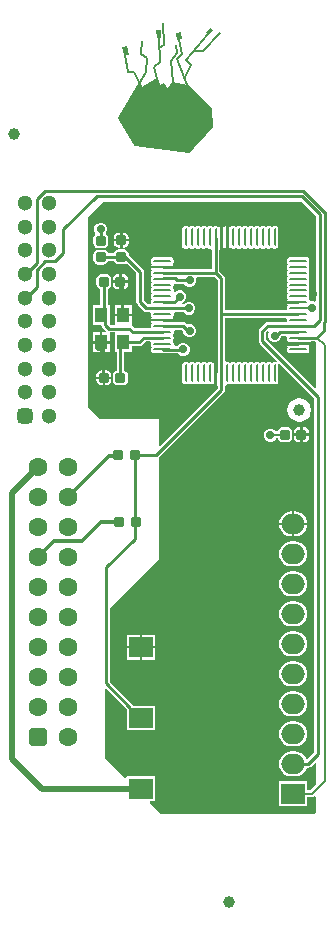
<source format=gtl>
G04*
G04 #@! TF.GenerationSoftware,Altium Limited,Altium Designer,23.3.1 (30)*
G04*
G04 Layer_Physical_Order=1*
G04 Layer_Color=255*
%FSLAX44Y44*%
%MOMM*%
G71*
G04*
G04 #@! TF.SameCoordinates,DEEDA602-8963-42E2-A134-3CDC50A55A7F*
G04*
G04*
G04 #@! TF.FilePolarity,Positive*
G04*
G01*
G75*
%ADD10C,0.3000*%
%ADD11C,0.2000*%
%ADD15C,0.1656*%
G04:AMPARAMS|DCode=16|XSize=0.85mm|YSize=0.85mm|CornerRadius=0.2125mm|HoleSize=0mm|Usage=FLASHONLY|Rotation=270.000|XOffset=0mm|YOffset=0mm|HoleType=Round|Shape=RoundedRectangle|*
%AMROUNDEDRECTD16*
21,1,0.8500,0.4250,0,0,270.0*
21,1,0.4250,0.8500,0,0,270.0*
1,1,0.4250,-0.2125,-0.2125*
1,1,0.4250,-0.2125,0.2125*
1,1,0.4250,0.2125,0.2125*
1,1,0.4250,0.2125,-0.2125*
%
%ADD16ROUNDEDRECTD16*%
G04:AMPARAMS|DCode=17|XSize=1.5mm|YSize=0.25mm|CornerRadius=0.0625mm|HoleSize=0mm|Usage=FLASHONLY|Rotation=90.000|XOffset=0mm|YOffset=0mm|HoleType=Round|Shape=RoundedRectangle|*
%AMROUNDEDRECTD17*
21,1,1.5000,0.1250,0,0,90.0*
21,1,1.3750,0.2500,0,0,90.0*
1,1,0.1250,0.0625,0.6875*
1,1,0.1250,0.0625,-0.6875*
1,1,0.1250,-0.0625,-0.6875*
1,1,0.1250,-0.0625,0.6875*
%
%ADD17ROUNDEDRECTD17*%
G04:AMPARAMS|DCode=18|XSize=0.25mm|YSize=1.5mm|CornerRadius=0.0625mm|HoleSize=0mm|Usage=FLASHONLY|Rotation=90.000|XOffset=0mm|YOffset=0mm|HoleType=Round|Shape=RoundedRectangle|*
%AMROUNDEDRECTD18*
21,1,0.2500,1.3750,0,0,90.0*
21,1,0.1250,1.5000,0,0,90.0*
1,1,0.1250,0.6875,0.0625*
1,1,0.1250,0.6875,-0.0625*
1,1,0.1250,-0.6875,-0.0625*
1,1,0.1250,-0.6875,0.0625*
%
%ADD18ROUNDEDRECTD18*%
%ADD19R,1.0500X1.3000*%
G04:AMPARAMS|DCode=20|XSize=0.85mm|YSize=0.85mm|CornerRadius=0.2125mm|HoleSize=0mm|Usage=FLASHONLY|Rotation=0.000|XOffset=0mm|YOffset=0mm|HoleType=Round|Shape=RoundedRectangle|*
%AMROUNDEDRECTD20*
21,1,0.8500,0.4250,0,0,0.0*
21,1,0.4250,0.8500,0,0,0.0*
1,1,0.4250,0.2125,-0.2125*
1,1,0.4250,-0.2125,-0.2125*
1,1,0.4250,-0.2125,0.2125*
1,1,0.4250,0.2125,0.2125*
%
%ADD20ROUNDEDRECTD20*%
%ADD34C,1.0000*%
%ADD35C,0.2300*%
%ADD36C,0.5000*%
%ADD37O,2.0000X1.7000*%
%ADD38R,2.0000X1.7000*%
%ADD39C,1.6000*%
%ADD40C,1.3000*%
G04:AMPARAMS|DCode=41|XSize=1.3mm|YSize=1.3mm|CornerRadius=0.325mm|HoleSize=0mm|Usage=FLASHONLY|Rotation=90.000|XOffset=0mm|YOffset=0mm|HoleType=Round|Shape=RoundedRectangle|*
%AMROUNDEDRECTD41*
21,1,1.3000,0.6500,0,0,90.0*
21,1,0.6500,1.3000,0,0,90.0*
1,1,0.6500,0.3250,0.3250*
1,1,0.6500,0.3250,-0.3250*
1,1,0.6500,-0.3250,-0.3250*
1,1,0.6500,-0.3250,0.3250*
%
%ADD41ROUNDEDRECTD41*%
G04:AMPARAMS|DCode=42|XSize=1.6mm|YSize=1.6mm|CornerRadius=0.4mm|HoleSize=0mm|Usage=FLASHONLY|Rotation=90.000|XOffset=0mm|YOffset=0mm|HoleType=Round|Shape=RoundedRectangle|*
%AMROUNDEDRECTD42*
21,1,1.6000,0.8000,0,0,90.0*
21,1,0.8000,1.6000,0,0,90.0*
1,1,0.8000,0.4000,0.4000*
1,1,0.8000,0.4000,-0.4000*
1,1,0.8000,-0.4000,-0.4000*
1,1,0.8000,-0.4000,0.4000*
%
%ADD42ROUNDEDRECTD42*%
%ADD43C,0.7000*%
G36*
X284250Y600500D02*
Y574851D01*
X284250Y566051D01*
Y560239D01*
Y549470D01*
Y533594D01*
Y529128D01*
X283555Y528492D01*
X282980Y528279D01*
X281844Y528750D01*
X279656D01*
X278503Y529322D01*
X278012Y530598D01*
X278348Y531101D01*
X278551Y532125D01*
Y533375D01*
X278348Y534399D01*
X277779Y535250D01*
X278348Y536101D01*
X278551Y537125D01*
Y538375D01*
X278348Y539399D01*
X277779Y540250D01*
X278348Y541101D01*
X278551Y542125D01*
Y543375D01*
X278348Y544399D01*
X277779Y545250D01*
X278348Y546101D01*
X278551Y547125D01*
Y548375D01*
X278348Y549399D01*
X277779Y550250D01*
X278348Y551101D01*
X278551Y552125D01*
Y553375D01*
X278348Y554399D01*
X277779Y555250D01*
X278348Y556101D01*
X278551Y557125D01*
Y558375D01*
X278348Y559399D01*
X277779Y560250D01*
X278348Y561101D01*
X278551Y562125D01*
Y563375D01*
X278348Y564399D01*
X277768Y565267D01*
X276899Y565848D01*
X275875Y566051D01*
X262125D01*
X261101Y565848D01*
X260233Y565267D01*
X259652Y564399D01*
X259449Y563375D01*
Y562125D01*
X259652Y561101D01*
X260221Y560250D01*
X259652Y559399D01*
X259449Y558375D01*
Y557125D01*
X259652Y556101D01*
X260221Y555250D01*
X259652Y554399D01*
X259449Y553375D01*
Y552125D01*
X259652Y551101D01*
X260221Y550250D01*
X259652Y549399D01*
X259449Y548375D01*
Y547125D01*
X259652Y546101D01*
X260221Y545250D01*
X259652Y544399D01*
X259449Y543375D01*
Y542125D01*
X259652Y541101D01*
X260221Y540250D01*
X259652Y539399D01*
X259449Y538375D01*
Y537125D01*
X259652Y536101D01*
X260221Y535250D01*
X259652Y534399D01*
X259449Y533375D01*
Y532125D01*
X259652Y531101D01*
X260221Y530250D01*
X259652Y529399D01*
X259523Y528750D01*
X269000D01*
Y526750D01*
X259523D01*
X259652Y526101D01*
X260221Y525250D01*
X259652Y524399D01*
X259449Y523375D01*
Y522125D01*
X259451Y522112D01*
X258414Y520842D01*
X207092D01*
Y547856D01*
X206847Y549085D01*
X206151Y550127D01*
X202266Y554012D01*
Y572124D01*
X203000Y572835D01*
Y582750D01*
Y592227D01*
X202351Y592098D01*
X201500Y591529D01*
X200649Y592098D01*
X199625Y592301D01*
X198375D01*
X197351Y592098D01*
X196500Y591529D01*
X195649Y592098D01*
X194625Y592301D01*
X193375D01*
X192351Y592098D01*
X191500Y591529D01*
X190649Y592098D01*
X189625Y592301D01*
X188375D01*
X187351Y592098D01*
X186500Y591529D01*
X185649Y592098D01*
X184625Y592301D01*
X183375D01*
X182351Y592098D01*
X181500Y591529D01*
X180649Y592098D01*
X179625Y592301D01*
X178375D01*
X177351Y592098D01*
X176500Y591529D01*
X175649Y592098D01*
X174625Y592301D01*
X173375D01*
X172351Y592098D01*
X171483Y591517D01*
X170902Y590649D01*
X170699Y589625D01*
Y575875D01*
X170902Y574851D01*
X171483Y573983D01*
X172351Y573402D01*
X173375Y573199D01*
X174625D01*
X175649Y573402D01*
X176500Y573971D01*
X177351Y573402D01*
X178375Y573199D01*
X179625D01*
X180649Y573402D01*
X181500Y573971D01*
X182351Y573402D01*
X183375Y573199D01*
X184625D01*
X185649Y573402D01*
X186500Y573971D01*
X187351Y573402D01*
X188375Y573199D01*
X189625D01*
X190649Y573402D01*
X191500Y573971D01*
X192351Y573402D01*
X193375Y573199D01*
X194625D01*
X195842Y572146D01*
Y555894D01*
X164601D01*
X163871Y556750D01*
X154000D01*
X144523D01*
X144652Y556101D01*
X145221Y555250D01*
X144652Y554399D01*
X144449Y553375D01*
Y552125D01*
X144652Y551101D01*
X145221Y550250D01*
X144652Y549399D01*
X144449Y548375D01*
Y547125D01*
X144652Y546101D01*
X145221Y545250D01*
X144652Y544399D01*
X144449Y543375D01*
Y542125D01*
X144652Y541101D01*
X145221Y540250D01*
X144652Y539399D01*
X144449Y538375D01*
Y537125D01*
X144652Y536101D01*
X145221Y535250D01*
X144652Y534399D01*
X144449Y533375D01*
Y532125D01*
X144652Y531101D01*
X145221Y530250D01*
X144652Y529399D01*
X144449Y528375D01*
Y527125D01*
X143393Y525922D01*
X141870D01*
X138462Y529330D01*
Y553750D01*
X138217Y554979D01*
X137521Y556021D01*
X125581Y567961D01*
Y568375D01*
X125261Y569985D01*
X124349Y571349D01*
X122985Y572261D01*
X121375Y572581D01*
X117125D01*
X115515Y572261D01*
X114151Y571349D01*
X113239Y569985D01*
X113135Y569462D01*
X107815D01*
X107761Y569734D01*
X106849Y571099D01*
X105485Y572011D01*
X103875Y572331D01*
X99625D01*
X98015Y572011D01*
X96651Y571099D01*
X95739Y569734D01*
X95419Y568125D01*
Y563875D01*
X95739Y562266D01*
X96651Y560901D01*
X98015Y559989D01*
X99625Y559669D01*
X103875D01*
X105485Y559989D01*
X106849Y560901D01*
X107761Y562266D01*
X107914Y563038D01*
X113135D01*
X113239Y562515D01*
X114151Y561151D01*
X115515Y560239D01*
X117125Y559919D01*
X121375D01*
X122985Y560239D01*
X123724Y560734D01*
X132038Y552420D01*
Y528000D01*
X132283Y526771D01*
X132979Y525729D01*
X138269Y520439D01*
X139311Y519743D01*
X140540Y519498D01*
X143377D01*
X144449Y518375D01*
Y517125D01*
X144652Y516101D01*
X145221Y515250D01*
X144652Y514399D01*
X144523Y513750D01*
X154000D01*
X163477D01*
X163348Y514399D01*
X162779Y515250D01*
X163348Y516101D01*
X163551Y517125D01*
Y518375D01*
X164619Y519518D01*
X171954D01*
X173384Y518087D01*
X175406Y517250D01*
X177594D01*
X179615Y518087D01*
X181163Y519635D01*
X182000Y521656D01*
Y523844D01*
X181163Y525866D01*
X179615Y527413D01*
X177594Y528250D01*
X175406D01*
X173384Y527413D01*
X171914Y525942D01*
X170608D01*
X170355Y527212D01*
X171866Y527837D01*
X173413Y529384D01*
X174250Y531406D01*
Y533594D01*
X173413Y535616D01*
X171866Y537163D01*
X169844Y538000D01*
X167656D01*
X165634Y537163D01*
X164660Y536188D01*
X163489Y536814D01*
X163551Y537125D01*
Y538375D01*
X163348Y539399D01*
X162779Y540250D01*
X163348Y541101D01*
X163551Y542125D01*
Y543051D01*
X163655Y543167D01*
X164301Y543579D01*
X164780Y543709D01*
X165418Y543283D01*
X166647Y543038D01*
X172366D01*
X173885Y541519D01*
X175906Y540682D01*
X178094D01*
X180116Y541519D01*
X181663Y543067D01*
X182500Y545088D01*
Y547276D01*
X182117Y548200D01*
X182966Y549470D01*
X197724D01*
X200668Y546526D01*
Y517630D01*
Y478389D01*
X200000Y477692D01*
Y467750D01*
Y457808D01*
X200668Y457111D01*
Y454960D01*
X151923Y406215D01*
X150750Y406701D01*
Y410587D01*
X150750Y429250D01*
X100500D01*
X90750Y439000D01*
X90750Y600000D01*
X103500Y612750D01*
X272000Y612750D01*
X284250Y600500D01*
D02*
G37*
G36*
X259449Y513375D02*
Y512125D01*
X258385Y510962D01*
X243000D01*
X241771Y510717D01*
X240729Y510021D01*
X236479Y505771D01*
X235783Y504729D01*
X235538Y503500D01*
Y495000D01*
X235783Y493771D01*
X236479Y492729D01*
X250857Y478351D01*
X250231Y477181D01*
X249625Y477301D01*
X248375D01*
X247351Y477098D01*
X246500Y476529D01*
X245649Y477098D01*
X244625Y477301D01*
X243375D01*
X242351Y477098D01*
X241500Y476529D01*
X240649Y477098D01*
X239625Y477301D01*
X238375D01*
X237351Y477098D01*
X236500Y476529D01*
X235649Y477098D01*
X234625Y477301D01*
X233375D01*
X232351Y477098D01*
X231500Y476529D01*
X230649Y477098D01*
X229625Y477301D01*
X228375D01*
X227351Y477098D01*
X226500Y476529D01*
X225649Y477098D01*
X224625Y477301D01*
X223375D01*
X222351Y477098D01*
X221500Y476529D01*
X220649Y477098D01*
X219625Y477301D01*
X218375D01*
X217351Y477098D01*
X216500Y476529D01*
X215649Y477098D01*
X214625Y477301D01*
X213375D01*
X212351Y477098D01*
X211500Y476529D01*
X210649Y477098D01*
X209625Y477301D01*
X208375D01*
X208362Y477299D01*
X207092Y478336D01*
Y514418D01*
X258361D01*
X259449Y513375D01*
D02*
G37*
G36*
X282788Y446420D02*
Y146580D01*
X277267Y141059D01*
X275769Y141357D01*
X275422Y142195D01*
X273739Y144389D01*
X271545Y146072D01*
X268991Y147130D01*
X266250Y147491D01*
X263250D01*
X260509Y147130D01*
X257955Y146072D01*
X255761Y144389D01*
X254078Y142195D01*
X253020Y139641D01*
X252659Y136900D01*
X253020Y134159D01*
X254078Y131605D01*
X255761Y129411D01*
X257955Y127728D01*
X260509Y126670D01*
X263250Y126309D01*
X266250D01*
X268991Y126670D01*
X271545Y127728D01*
X273739Y129411D01*
X275422Y131605D01*
X276285Y133688D01*
X277650D01*
X278879Y133933D01*
X279921Y134629D01*
X283076Y137784D01*
X284250Y137298D01*
X284250Y119576D01*
X279233Y114559D01*
X276750D01*
Y122000D01*
X252750D01*
Y101000D01*
X276750D01*
Y108441D01*
X280500D01*
X280500Y108441D01*
X281670Y108674D01*
X282663Y109337D01*
X283076Y109751D01*
X284250Y109265D01*
Y96250D01*
X282500Y94500D01*
X153000Y94500D01*
X143423Y104077D01*
X143909Y105250D01*
X147750D01*
Y126250D01*
X123750D01*
Y125409D01*
X122577Y124923D01*
X105250Y142250D01*
Y200049D01*
X106423Y200535D01*
X123688Y183270D01*
Y183100D01*
X123750Y182790D01*
Y165250D01*
X147750D01*
Y186250D01*
X129586D01*
X129171Y186871D01*
X109462Y206580D01*
Y269212D01*
X150750Y310500D01*
X150750Y395965D01*
X150771Y395979D01*
X206151Y451359D01*
X206847Y452401D01*
X207092Y453630D01*
Y457164D01*
X208362Y458201D01*
X208375Y458199D01*
X209625D01*
X210649Y458402D01*
X211500Y458971D01*
X212351Y458402D01*
X213375Y458199D01*
X214625D01*
X215649Y458402D01*
X216500Y458971D01*
X217351Y458402D01*
X218375Y458199D01*
X219625D01*
X220649Y458402D01*
X221500Y458971D01*
X222351Y458402D01*
X223375Y458199D01*
X224625D01*
X225649Y458402D01*
X226500Y458971D01*
X227351Y458402D01*
X228375Y458199D01*
X229625D01*
X230649Y458402D01*
X231500Y458971D01*
X232351Y458402D01*
X233375Y458199D01*
X234625D01*
X235649Y458402D01*
X236500Y458971D01*
X237351Y458402D01*
X238375Y458199D01*
X239625D01*
X240649Y458402D01*
X241500Y458971D01*
X242351Y458402D01*
X243375Y458199D01*
X244625D01*
X245649Y458402D01*
X246500Y458971D01*
X247351Y458402D01*
X248375Y458199D01*
X249625D01*
X250649Y458402D01*
X251518Y458983D01*
X252098Y459851D01*
X252301Y460875D01*
Y474625D01*
X252181Y475231D01*
X253351Y475857D01*
X282788Y446420D01*
D02*
G37*
G36*
X243564Y503639D02*
X243765Y503373D01*
X244175Y502223D01*
X243500Y500594D01*
Y498406D01*
X244337Y496385D01*
X245884Y494837D01*
X247906Y494000D01*
X250094D01*
X252115Y494837D01*
X253663Y496385D01*
X254500Y498406D01*
Y499186D01*
X254746Y499432D01*
X258364D01*
X259449Y498375D01*
Y497125D01*
X259652Y496101D01*
X260221Y495250D01*
X259652Y494399D01*
X259523Y493750D01*
X269000D01*
X278871D01*
X279601Y494606D01*
X283103D01*
X284250Y493459D01*
Y455701D01*
X283077Y455215D01*
X241962Y496330D01*
Y502170D01*
X243453Y503661D01*
X243564Y503639D01*
D02*
G37*
G36*
X197131Y758185D02*
X193391Y753806D01*
X190851Y755976D01*
X194591Y760354D01*
X197131Y758185D01*
D02*
G37*
G36*
X152924Y751717D02*
X149258Y751458D01*
X148784Y758153D01*
X152451Y758412D01*
X152924Y751717D01*
D02*
G37*
G36*
X170807Y750613D02*
X166521Y749637D01*
X165139Y755704D01*
X169424Y756680D01*
X170807Y750613D01*
D02*
G37*
G36*
X125324Y737272D02*
X121104Y736678D01*
X120075Y743991D01*
X124295Y744585D01*
X125324Y737272D01*
D02*
G37*
G36*
X152066Y710088D02*
X154721Y712109D01*
X158936Y707202D01*
X162920Y714014D01*
X174553Y711676D01*
X194905Y691065D01*
X195771Y675996D01*
X176621Y655304D01*
X130819Y660841D01*
X117049Y683963D01*
X134471Y712805D01*
X136477Y708876D01*
X149641Y716497D01*
X152066Y710088D01*
D02*
G37*
%LPC*%
G36*
X249625Y592301D02*
X248375D01*
X247351Y592098D01*
X246500Y591529D01*
X245649Y592098D01*
X244625Y592301D01*
X243375D01*
X242351Y592098D01*
X241500Y591529D01*
X240649Y592098D01*
X239625Y592301D01*
X238375D01*
X237351Y592098D01*
X236500Y591529D01*
X235649Y592098D01*
X234625Y592301D01*
X233375D01*
X232351Y592098D01*
X231500Y591529D01*
X230649Y592098D01*
X229625Y592301D01*
X228375D01*
X227351Y592098D01*
X226500Y591529D01*
X225649Y592098D01*
X224625Y592301D01*
X223375D01*
X222351Y592098D01*
X221500Y591529D01*
X220649Y592098D01*
X219625Y592301D01*
X218375D01*
X217351Y592098D01*
X216500Y591529D01*
X215649Y592098D01*
X214625Y592301D01*
X213375D01*
X212351Y592098D01*
X211500Y591529D01*
X210649Y592098D01*
X210000Y592227D01*
Y582750D01*
Y573273D01*
X210649Y573402D01*
X211500Y573971D01*
X212351Y573402D01*
X213375Y573199D01*
X214625D01*
X215649Y573402D01*
X216500Y573971D01*
X217351Y573402D01*
X218375Y573199D01*
X219625D01*
X220649Y573402D01*
X221500Y573971D01*
X222351Y573402D01*
X223375Y573199D01*
X224625D01*
X225649Y573402D01*
X226500Y573971D01*
X227351Y573402D01*
X228375Y573199D01*
X229625D01*
X230649Y573402D01*
X231500Y573971D01*
X232351Y573402D01*
X233375Y573199D01*
X234625D01*
X235649Y573402D01*
X236500Y573971D01*
X237351Y573402D01*
X238375Y573199D01*
X239625D01*
X240649Y573402D01*
X241500Y573971D01*
X242351Y573402D01*
X243375Y573199D01*
X244625D01*
X245649Y573402D01*
X246500Y573971D01*
X247351Y573402D01*
X248375Y573199D01*
X249625D01*
X250649Y573402D01*
X251518Y573983D01*
X252098Y574851D01*
X252301Y575875D01*
Y589625D01*
X252098Y590649D01*
X251518Y591517D01*
X250649Y592098D01*
X249625Y592301D01*
D02*
G37*
G36*
X208000Y592227D02*
X207351Y592098D01*
X206500Y591529D01*
X205649Y592098D01*
X205000Y592227D01*
Y582750D01*
Y573273D01*
X205649Y573402D01*
X206500Y573971D01*
X207351Y573402D01*
X208000Y573273D01*
Y582750D01*
Y592227D01*
D02*
G37*
G36*
X121375Y586581D02*
X120250D01*
Y581250D01*
X125581D01*
Y582375D01*
X125261Y583984D01*
X124349Y585349D01*
X122985Y586261D01*
X121375Y586581D01*
D02*
G37*
G36*
X118250D02*
X117125D01*
X115515Y586261D01*
X114151Y585349D01*
X113239Y583984D01*
X112919Y582375D01*
Y581250D01*
X118250D01*
Y586581D01*
D02*
G37*
G36*
X125581Y579250D02*
X120250D01*
Y573919D01*
X121375D01*
X122985Y574239D01*
X124349Y575151D01*
X125261Y576516D01*
X125581Y578125D01*
Y579250D01*
D02*
G37*
G36*
X118250D02*
X112919D01*
Y578125D01*
X113239Y576516D01*
X114151Y575151D01*
X115515Y574239D01*
X117125Y573919D01*
X118250D01*
Y579250D01*
D02*
G37*
G36*
X103094Y595250D02*
X100906D01*
X98884Y594413D01*
X97337Y592865D01*
X96500Y590844D01*
Y588656D01*
X97337Y586634D01*
X97224Y585482D01*
X96651Y585099D01*
X95739Y583735D01*
X95419Y582125D01*
Y577875D01*
X95739Y576265D01*
X96651Y574901D01*
X98015Y573989D01*
X99625Y573669D01*
X103875D01*
X105485Y573989D01*
X106849Y574901D01*
X107761Y576265D01*
X108081Y577875D01*
Y582125D01*
X107761Y583735D01*
X106849Y585099D01*
X106649Y585233D01*
X106525Y586497D01*
X106663Y586634D01*
X107500Y588656D01*
Y590844D01*
X106663Y592865D01*
X105115Y594413D01*
X103094Y595250D01*
D02*
G37*
G36*
X160875Y566051D02*
X147125D01*
X146101Y565848D01*
X145232Y565267D01*
X144652Y564399D01*
X144449Y563375D01*
Y562125D01*
X144652Y561101D01*
X145221Y560250D01*
X144652Y559399D01*
X144523Y558750D01*
X154000D01*
X163477D01*
X163348Y559399D01*
X162779Y560250D01*
X163348Y561101D01*
X163551Y562125D01*
Y563375D01*
X163348Y564399D01*
X162768Y565267D01*
X161899Y565848D01*
X160875Y566051D01*
D02*
G37*
G36*
X120625Y551581D02*
X119500D01*
Y546250D01*
X124831D01*
Y547375D01*
X124511Y548984D01*
X123599Y550349D01*
X122234Y551261D01*
X120625Y551581D01*
D02*
G37*
G36*
X117500D02*
X116375D01*
X114766Y551261D01*
X113401Y550349D01*
X112489Y548984D01*
X112169Y547375D01*
Y546250D01*
X117500D01*
Y551581D01*
D02*
G37*
G36*
X124831Y544250D02*
X119500D01*
Y538919D01*
X120625D01*
X122234Y539239D01*
X123599Y540151D01*
X124511Y541516D01*
X124831Y543125D01*
Y544250D01*
D02*
G37*
G36*
X117500D02*
X112169D01*
Y543125D01*
X112489Y541516D01*
X113401Y540151D01*
X114766Y539239D01*
X116375Y538919D01*
X117500D01*
Y544250D01*
D02*
G37*
G36*
X128000Y525250D02*
X121750D01*
Y517750D01*
X128000D01*
Y525250D01*
D02*
G37*
G36*
X119750D02*
X113500D01*
Y517750D01*
X119750D01*
Y525250D01*
D02*
G37*
G36*
X106625Y551581D02*
X102375D01*
X100765Y551261D01*
X99401Y550349D01*
X98489Y548984D01*
X98169Y547375D01*
Y543125D01*
X98489Y541516D01*
X99401Y540151D01*
X100765Y539239D01*
X101288Y539135D01*
Y525250D01*
X95000D01*
Y508250D01*
X102401D01*
X102611Y507192D01*
X103307Y506151D01*
X105938Y503520D01*
X105566Y502371D01*
X105472Y502250D01*
X103250D01*
Y494750D01*
X109500D01*
X109500Y502250D01*
X110754Y502288D01*
X112246D01*
X113500Y502250D01*
Y485250D01*
X115288D01*
Y469865D01*
X114766Y469761D01*
X113401Y468849D01*
X112489Y467485D01*
X112169Y465875D01*
Y461625D01*
X112489Y460016D01*
X113401Y458651D01*
X114766Y457739D01*
X116375Y457419D01*
X120625D01*
X122234Y457739D01*
X123599Y458651D01*
X124511Y460016D01*
X124831Y461625D01*
Y465875D01*
X124511Y467485D01*
X123599Y468849D01*
X122234Y469761D01*
X121712Y469865D01*
Y485250D01*
X128000D01*
Y490538D01*
X134500D01*
X135729Y490783D01*
X136771Y491479D01*
X139898Y494606D01*
X143399D01*
X144449Y493375D01*
Y492125D01*
X144652Y491101D01*
X145221Y490250D01*
X144652Y489399D01*
X144449Y488375D01*
Y487125D01*
X144652Y486101D01*
X145232Y485233D01*
X146101Y484652D01*
X147125Y484449D01*
X154593D01*
X154604Y484446D01*
X154615Y484449D01*
X160875D01*
X161095Y484492D01*
X167074D01*
X168479Y483087D01*
X170500Y482250D01*
X172688D01*
X174709Y483087D01*
X176257Y484635D01*
X177094Y486656D01*
Y488844D01*
X176257Y490866D01*
X174709Y492413D01*
X172688Y493250D01*
X170500D01*
X168479Y492413D01*
X166982Y490916D01*
X164606D01*
X163551Y492125D01*
Y493375D01*
X163348Y494399D01*
X162779Y495250D01*
X163348Y496101D01*
X163551Y497125D01*
Y498375D01*
X163348Y499399D01*
X162779Y500250D01*
X163348Y501101D01*
X163551Y502125D01*
Y503375D01*
X164620Y504512D01*
X170093D01*
X171493Y503112D01*
Y502413D01*
X172330Y500392D01*
X173877Y498845D01*
X175899Y498007D01*
X178087D01*
X180108Y498845D01*
X181655Y500392D01*
X182493Y502413D01*
Y504601D01*
X181655Y506623D01*
X180108Y508170D01*
X178087Y509007D01*
X175899D01*
X175038Y508651D01*
X173694Y509995D01*
X172652Y510691D01*
X171423Y510936D01*
X164610D01*
X163885Y511750D01*
X154000D01*
X144523D01*
X144652Y511101D01*
X145221Y510250D01*
X144652Y509399D01*
X144449Y508375D01*
Y507125D01*
X143406Y505856D01*
X130252D01*
X128798Y507310D01*
X128000Y508250D01*
Y515750D01*
X120750D01*
X113500D01*
Y508712D01*
X109830D01*
X109500Y509042D01*
Y525250D01*
X107712D01*
Y539135D01*
X108235Y539239D01*
X109599Y540151D01*
X110511Y541516D01*
X110831Y543125D01*
Y547375D01*
X110511Y548984D01*
X109599Y550349D01*
X108235Y551261D01*
X106625Y551581D01*
D02*
G37*
G36*
X101250Y502250D02*
X95000D01*
Y494750D01*
X101250D01*
Y502250D01*
D02*
G37*
G36*
X109500Y492750D02*
X103250D01*
Y485250D01*
X109500D01*
Y492750D01*
D02*
G37*
G36*
X101250D02*
X95000D01*
Y485250D01*
X101250D01*
Y492750D01*
D02*
G37*
G36*
X194625Y477301D02*
X193375D01*
X192351Y477098D01*
X191500Y476529D01*
X190649Y477098D01*
X189625Y477301D01*
X188375D01*
X187351Y477098D01*
X186500Y476529D01*
X185649Y477098D01*
X184625Y477301D01*
X183375D01*
X182351Y477098D01*
X181500Y476529D01*
X180649Y477098D01*
X179625Y477301D01*
X178375D01*
X177351Y477098D01*
X176500Y476529D01*
X175649Y477098D01*
X174625Y477301D01*
X173375D01*
X172351Y477098D01*
X171483Y476517D01*
X170902Y475649D01*
X170699Y474625D01*
Y460875D01*
X170902Y459851D01*
X171483Y458983D01*
X172351Y458402D01*
X173375Y458199D01*
X174625D01*
X175649Y458402D01*
X176500Y458971D01*
X177351Y458402D01*
X178375Y458199D01*
X179625D01*
X180649Y458402D01*
X181500Y458971D01*
X182351Y458402D01*
X183375Y458199D01*
X184625D01*
X185649Y458402D01*
X186500Y458971D01*
X187351Y458402D01*
X188375Y458199D01*
X189625D01*
X190649Y458402D01*
X191500Y458971D01*
X192351Y458402D01*
X193375Y458199D01*
X194625D01*
X195649Y458402D01*
X196500Y458971D01*
X197351Y458402D01*
X198000Y458273D01*
Y467750D01*
Y477227D01*
X197351Y477098D01*
X196500Y476529D01*
X195649Y477098D01*
X194625Y477301D01*
D02*
G37*
G36*
X106625Y470081D02*
X105500D01*
Y464750D01*
X110831D01*
Y465875D01*
X110511Y467485D01*
X109599Y468849D01*
X108235Y469761D01*
X106625Y470081D01*
D02*
G37*
G36*
X103500D02*
X102375D01*
X100765Y469761D01*
X99401Y468849D01*
X98489Y467485D01*
X98169Y465875D01*
Y464750D01*
X103500D01*
Y470081D01*
D02*
G37*
G36*
X110831Y462750D02*
X105500D01*
Y457419D01*
X106625D01*
X108235Y457739D01*
X109599Y458651D01*
X110511Y460016D01*
X110831Y461625D01*
Y462750D01*
D02*
G37*
G36*
X103500D02*
X98169D01*
Y461625D01*
X98489Y460016D01*
X99401Y458651D01*
X100765Y457739D01*
X102375Y457419D01*
X103500D01*
Y462750D01*
D02*
G37*
G36*
X270735Y446500D02*
X268765D01*
X266833Y446116D01*
X265013Y445362D01*
X263375Y444268D01*
X261982Y442875D01*
X260888Y441237D01*
X260134Y439417D01*
X259750Y437485D01*
Y435515D01*
X260134Y433583D01*
X260888Y431763D01*
X261982Y430125D01*
X263375Y428732D01*
X265013Y427638D01*
X266833Y426884D01*
X268765Y426500D01*
X270735D01*
X272667Y426884D01*
X274487Y427638D01*
X276125Y428732D01*
X277518Y430125D01*
X278612Y431763D01*
X279366Y433583D01*
X279750Y435515D01*
Y437485D01*
X279366Y439417D01*
X278612Y441237D01*
X277518Y442875D01*
X276125Y444268D01*
X274487Y445362D01*
X272667Y446116D01*
X270735Y446500D01*
D02*
G37*
G36*
X259875Y422081D02*
X255625D01*
X254016Y421761D01*
X252651Y420849D01*
X251739Y419484D01*
X251555Y418559D01*
X249969D01*
X248615Y419913D01*
X246594Y420750D01*
X244406D01*
X242384Y419913D01*
X240837Y418366D01*
X240000Y416344D01*
Y414156D01*
X240837Y412135D01*
X242384Y410587D01*
X244406Y409750D01*
X246594D01*
X248615Y410587D01*
X250163Y412135D01*
X250290Y412441D01*
X251655D01*
X251739Y412015D01*
X252651Y410651D01*
X254016Y409739D01*
X255625Y409419D01*
X259875D01*
X261485Y409739D01*
X262849Y410651D01*
X263761Y412015D01*
X264081Y413625D01*
Y417875D01*
X263761Y419484D01*
X262849Y420849D01*
X261485Y421761D01*
X259875Y422081D01*
D02*
G37*
G36*
X273875D02*
X272750D01*
Y416750D01*
X278081D01*
Y417875D01*
X277761Y419484D01*
X276849Y420849D01*
X275485Y421761D01*
X273875Y422081D01*
D02*
G37*
G36*
X270750D02*
X269625D01*
X268015Y421761D01*
X266651Y420849D01*
X265739Y419484D01*
X265419Y417875D01*
Y416750D01*
X270750D01*
Y422081D01*
D02*
G37*
G36*
X278081Y414750D02*
X272750D01*
Y409419D01*
X273875D01*
X275485Y409739D01*
X276849Y410651D01*
X277761Y412015D01*
X278081Y413625D01*
Y414750D01*
D02*
G37*
G36*
X270750D02*
X265419D01*
Y413625D01*
X265739Y412015D01*
X266651Y410651D01*
X268015Y409739D01*
X269625Y409419D01*
X270750D01*
Y414750D01*
D02*
G37*
G36*
X266250Y350691D02*
X265750D01*
Y341100D01*
X276709D01*
X276480Y342841D01*
X275422Y345395D01*
X273739Y347589D01*
X271545Y349272D01*
X268991Y350330D01*
X266250Y350691D01*
D02*
G37*
G36*
X263750D02*
X263250D01*
X260509Y350330D01*
X257955Y349272D01*
X255761Y347589D01*
X254078Y345395D01*
X253020Y342841D01*
X252791Y341100D01*
X263750D01*
Y350691D01*
D02*
G37*
G36*
X276709Y339100D02*
X265750D01*
Y329509D01*
X266250D01*
X268991Y329870D01*
X271545Y330928D01*
X273739Y332611D01*
X275422Y334805D01*
X276480Y337359D01*
X276709Y339100D01*
D02*
G37*
G36*
X263750D02*
X252791D01*
X253020Y337359D01*
X254078Y334805D01*
X255761Y332611D01*
X257955Y330928D01*
X260509Y329870D01*
X263250Y329509D01*
X263750D01*
Y339100D01*
D02*
G37*
G36*
X266250Y325291D02*
X263250D01*
X260509Y324930D01*
X257955Y323872D01*
X255761Y322189D01*
X254078Y319995D01*
X253020Y317441D01*
X252659Y314700D01*
X253020Y311959D01*
X254078Y309405D01*
X255761Y307211D01*
X257955Y305528D01*
X260509Y304470D01*
X263250Y304109D01*
X266250D01*
X268991Y304470D01*
X271545Y305528D01*
X273739Y307211D01*
X275422Y309405D01*
X276480Y311959D01*
X276841Y314700D01*
X276480Y317441D01*
X275422Y319995D01*
X273739Y322189D01*
X271545Y323872D01*
X268991Y324930D01*
X266250Y325291D01*
D02*
G37*
G36*
Y299891D02*
X263250D01*
X260509Y299530D01*
X257955Y298472D01*
X255761Y296789D01*
X254078Y294595D01*
X253020Y292041D01*
X252659Y289300D01*
X253020Y286559D01*
X254078Y284005D01*
X255761Y281811D01*
X257955Y280128D01*
X260509Y279070D01*
X263250Y278709D01*
X266250D01*
X268991Y279070D01*
X271545Y280128D01*
X273739Y281811D01*
X275422Y284005D01*
X276480Y286559D01*
X276841Y289300D01*
X276480Y292041D01*
X275422Y294595D01*
X273739Y296789D01*
X271545Y298472D01*
X268991Y299530D01*
X266250Y299891D01*
D02*
G37*
G36*
Y274491D02*
X263250D01*
X260509Y274130D01*
X257955Y273072D01*
X255761Y271389D01*
X254078Y269195D01*
X253020Y266641D01*
X252659Y263900D01*
X253020Y261159D01*
X254078Y258605D01*
X255761Y256411D01*
X257955Y254728D01*
X260509Y253670D01*
X263250Y253309D01*
X266250D01*
X268991Y253670D01*
X271545Y254728D01*
X273739Y256411D01*
X275422Y258605D01*
X276480Y261159D01*
X276841Y263900D01*
X276480Y266641D01*
X275422Y269195D01*
X273739Y271389D01*
X271545Y273072D01*
X268991Y274130D01*
X266250Y274491D01*
D02*
G37*
G36*
X147750Y246250D02*
X136750D01*
Y236750D01*
X147750D01*
Y246250D01*
D02*
G37*
G36*
X134750D02*
X123750D01*
Y236750D01*
X134750D01*
Y246250D01*
D02*
G37*
G36*
X266250Y249091D02*
X263250D01*
X260509Y248730D01*
X257955Y247672D01*
X255761Y245989D01*
X254078Y243795D01*
X253020Y241241D01*
X252659Y238500D01*
X253020Y235759D01*
X254078Y233205D01*
X255761Y231011D01*
X257955Y229328D01*
X260509Y228270D01*
X263250Y227909D01*
X266250D01*
X268991Y228270D01*
X271545Y229328D01*
X273739Y231011D01*
X275422Y233205D01*
X276480Y235759D01*
X276841Y238500D01*
X276480Y241241D01*
X275422Y243795D01*
X273739Y245989D01*
X271545Y247672D01*
X268991Y248730D01*
X266250Y249091D01*
D02*
G37*
G36*
X147750Y234750D02*
X136750D01*
Y225250D01*
X147750D01*
Y234750D01*
D02*
G37*
G36*
X134750D02*
X123750D01*
Y225250D01*
X134750D01*
Y234750D01*
D02*
G37*
G36*
X266250Y223691D02*
X263250D01*
X260509Y223330D01*
X257955Y222272D01*
X255761Y220589D01*
X254078Y218395D01*
X253020Y215841D01*
X252659Y213100D01*
X253020Y210359D01*
X254078Y207805D01*
X255761Y205611D01*
X257955Y203928D01*
X260509Y202870D01*
X263250Y202509D01*
X266250D01*
X268991Y202870D01*
X271545Y203928D01*
X273739Y205611D01*
X275422Y207805D01*
X276480Y210359D01*
X276841Y213100D01*
X276480Y215841D01*
X275422Y218395D01*
X273739Y220589D01*
X271545Y222272D01*
X268991Y223330D01*
X266250Y223691D01*
D02*
G37*
G36*
Y198291D02*
X263250D01*
X260509Y197930D01*
X257955Y196872D01*
X255761Y195189D01*
X254078Y192995D01*
X253020Y190441D01*
X252659Y187700D01*
X253020Y184959D01*
X254078Y182405D01*
X255761Y180211D01*
X257955Y178528D01*
X260509Y177470D01*
X263250Y177109D01*
X266250D01*
X268991Y177470D01*
X271545Y178528D01*
X273739Y180211D01*
X275422Y182405D01*
X276480Y184959D01*
X276841Y187700D01*
X276480Y190441D01*
X275422Y192995D01*
X273739Y195189D01*
X271545Y196872D01*
X268991Y197930D01*
X266250Y198291D01*
D02*
G37*
G36*
Y172891D02*
X263250D01*
X260509Y172530D01*
X257955Y171472D01*
X255761Y169789D01*
X254078Y167595D01*
X253020Y165041D01*
X252659Y162300D01*
X253020Y159559D01*
X254078Y157005D01*
X255761Y154811D01*
X257955Y153128D01*
X260509Y152070D01*
X263250Y151709D01*
X266250D01*
X268991Y152070D01*
X271545Y153128D01*
X273739Y154811D01*
X275422Y157005D01*
X276480Y159559D01*
X276841Y162300D01*
X276480Y165041D01*
X275422Y167595D01*
X273739Y169789D01*
X271545Y171472D01*
X268991Y172530D01*
X266250Y172891D01*
D02*
G37*
G36*
X278477Y491750D02*
X269000D01*
X259523D01*
X259652Y491101D01*
X260221Y490250D01*
X259652Y489399D01*
X259449Y488375D01*
Y487125D01*
X259652Y486101D01*
X260233Y485233D01*
X261101Y484652D01*
X262125Y484449D01*
X275875D01*
X276899Y484652D01*
X277768Y485233D01*
X278348Y486101D01*
X278551Y487125D01*
Y488375D01*
X278348Y489399D01*
X277779Y490250D01*
X278348Y491101D01*
X278477Y491750D01*
D02*
G37*
%LPD*%
D10*
X101750Y342000D02*
X117156D01*
X85550Y325800D02*
X101750Y342000D01*
X108800Y397600D02*
X115000D01*
X74400Y363200D02*
X108800Y397600D01*
X62400Y325800D02*
X85550D01*
X49000Y312400D02*
X62400Y325800D01*
D11*
X280500Y111500D02*
X291500Y122500D01*
X285068Y497818D02*
X291500Y491386D01*
Y122500D02*
Y491386D01*
X264750Y111500D02*
X280500D01*
X245500Y415250D02*
X245750Y415500D01*
X257250D01*
X268396Y522710D02*
X268546Y522860D01*
X280360D02*
X280750Y523250D01*
X268546Y522860D02*
X280360D01*
D15*
X174553Y711676D02*
X194905Y691065D01*
X171896Y718602D02*
X174553Y711676D01*
X173006Y718720D02*
X178443Y728922D01*
X166148Y733587D02*
X171003Y737956D01*
X172306Y717534D02*
X173006Y718720D01*
X173711Y732941D02*
X178443Y728922D01*
X166148Y733587D02*
X171896Y718602D01*
X194905Y691065D02*
X195771Y675996D01*
X157738Y695724D02*
X162330Y698957D01*
X160676Y702701D02*
X166961Y709973D01*
X160676Y702701D02*
X162330Y698957D01*
X158936Y707202D02*
X162920Y714014D01*
X166961Y709973D01*
X161361Y732028D02*
X162920Y714014D01*
X161361Y732028D02*
X166615Y738840D01*
X122646Y737087D02*
X124468Y722732D01*
X180041Y740401D02*
X188669D01*
X165824Y745942D02*
X166615Y738840D01*
X168318Y750046D02*
X171003Y737956D01*
X173711Y732941D02*
X192258Y754799D01*
X140432Y722675D02*
X141121Y734678D01*
X151028Y751635D02*
X152123Y731162D01*
X147100Y727005D02*
X152123Y731162D01*
X188669Y740401D02*
X203129Y755328D01*
X136249Y738166D02*
X136952Y749076D01*
X136249Y738166D02*
X141121Y734678D01*
X151484Y743112D02*
X155472Y745942D01*
X147100Y727005D02*
X149641Y716497D01*
X154783Y763909D02*
X155472Y745942D01*
X124468Y722732D02*
X129549Y722444D01*
X117049Y683963D02*
X140432Y722675D01*
X136477Y708876D02*
X149641Y716497D01*
X152066Y710088D01*
X129549Y722444D02*
X136477Y708876D01*
X152066Y710088D02*
X154721Y712109D01*
X158936Y707202D01*
X117049Y683963D02*
X130819Y660841D01*
X176621Y655304D02*
X195771Y675996D01*
X130819Y660841D02*
X176621Y655304D01*
D16*
X130750Y398250D02*
D03*
X116750D02*
D03*
X117250Y342000D02*
D03*
X131250D02*
D03*
X104500Y463750D02*
D03*
X118500D02*
D03*
Y545250D02*
D03*
X104500D02*
D03*
X271750Y415750D02*
D03*
X257750D02*
D03*
D17*
X174000Y582750D02*
D03*
X179000D02*
D03*
X184000D02*
D03*
X189000D02*
D03*
X194000D02*
D03*
X199000D02*
D03*
X204000D02*
D03*
X209000D02*
D03*
X214000D02*
D03*
X219000D02*
D03*
X224000D02*
D03*
X229000D02*
D03*
X234000D02*
D03*
X239000D02*
D03*
X244000D02*
D03*
X249000D02*
D03*
Y467750D02*
D03*
X244000D02*
D03*
X239000D02*
D03*
X234000D02*
D03*
X229000D02*
D03*
X224000D02*
D03*
X219000D02*
D03*
X214000D02*
D03*
X209000D02*
D03*
X204000D02*
D03*
X199000D02*
D03*
X194000D02*
D03*
X189000D02*
D03*
X184000D02*
D03*
X179000D02*
D03*
X174000D02*
D03*
D18*
X154000Y487750D02*
D03*
Y492750D02*
D03*
Y497750D02*
D03*
Y502750D02*
D03*
Y507750D02*
D03*
Y512750D02*
D03*
Y517750D02*
D03*
Y522750D02*
D03*
Y527750D02*
D03*
Y532750D02*
D03*
Y537750D02*
D03*
Y542750D02*
D03*
Y547750D02*
D03*
Y552750D02*
D03*
Y557750D02*
D03*
Y562750D02*
D03*
X269000D02*
D03*
Y557750D02*
D03*
Y552750D02*
D03*
Y547750D02*
D03*
Y542750D02*
D03*
Y537750D02*
D03*
Y532750D02*
D03*
Y527750D02*
D03*
Y522750D02*
D03*
Y517750D02*
D03*
Y512750D02*
D03*
Y507750D02*
D03*
Y502750D02*
D03*
Y497750D02*
D03*
Y492750D02*
D03*
Y487750D02*
D03*
D19*
X120750Y493750D02*
D03*
X102250D02*
D03*
Y516750D02*
D03*
X120750D02*
D03*
D20*
X119250Y580250D02*
D03*
Y566250D02*
D03*
X101750Y566000D02*
D03*
Y580000D02*
D03*
D34*
X269750Y436500D02*
D03*
X28250Y670500D02*
D03*
X210000Y20000D02*
D03*
D35*
X238750Y495000D02*
Y503500D01*
X286000Y145250D02*
Y447750D01*
X238750Y495000D02*
X286000Y447750D01*
X268396Y497818D02*
X285068D01*
X269000Y507750D02*
X282750D01*
X243000D02*
X269000D01*
X264750Y136900D02*
X277650D01*
X286000Y145250D01*
X238750Y503500D02*
X243000Y507750D01*
X249000Y499500D02*
X250272D01*
X262168Y492750D02*
X262180Y492738D01*
X268396D01*
X253416Y502644D02*
X268396D01*
X255250Y492750D02*
X262168D01*
X250272Y499500D02*
X253416Y502644D01*
X291250Y504000D02*
Y510876D01*
X291300Y510926D02*
Y603824D01*
X291250Y603874D02*
X291300Y603824D01*
X291250Y603874D02*
Y604000D01*
X287500Y512500D02*
Y602250D01*
X272000Y617750D02*
X287500Y602250D01*
X282750Y507750D02*
X287500Y512500D01*
X291250Y510876D02*
X291300Y510926D01*
X130500Y338000D02*
X131000Y338500D01*
X130500Y327500D02*
Y338000D01*
X130500Y339000D02*
X131000Y338500D01*
X154604Y552682D02*
X199054D01*
Y552696D02*
Y582146D01*
Y552682D02*
X203880Y547856D01*
Y453630D02*
Y468354D01*
X106250Y205250D02*
Y303250D01*
X126900Y183100D02*
Y184600D01*
Y183100D02*
X134250Y175750D01*
X135750D01*
X106250Y205250D02*
X126900Y184600D01*
X106250Y303250D02*
X130500Y327500D01*
X203880Y517630D02*
Y547856D01*
Y468354D02*
Y517630D01*
X130500Y339000D02*
Y398250D01*
X130750D02*
X148500D01*
X203880Y453630D01*
X203880Y517630D02*
X268396D01*
X203880Y517630D02*
X203880Y517630D01*
X199054Y552696D02*
X199068Y552682D01*
X256210Y527790D02*
X268396D01*
X249750Y534250D02*
X256210Y527790D01*
X47732Y555232D02*
X55000Y562500D01*
X63500D02*
X70250Y569250D01*
X55000Y562500D02*
X63500D01*
X285068Y497818D02*
X291250Y504000D01*
X273250Y622000D02*
X291250Y604000D01*
X154650Y487704D02*
X171548D01*
X171594Y487750D01*
X175640Y503507D02*
X176993D01*
X171423Y507724D02*
X175640Y503507D01*
X154604Y487658D02*
X154650Y487704D01*
X154604Y512804D02*
X164451D01*
X167397Y515750D01*
X168750D01*
X164250Y557750D02*
X164970D01*
X165445Y558225D01*
X176932Y546250D02*
X177000Y546182D01*
X166647Y546250D02*
X176932D01*
X167663Y558225D02*
X168620Y559182D01*
X165445Y558225D02*
X167663D01*
X206250Y568493D02*
Y569410D01*
Y568250D02*
Y568493D01*
X203880Y571780D02*
X206250Y569410D01*
X203880Y571780D02*
Y582146D01*
X176480Y522730D02*
X176500Y522750D01*
X154624Y522730D02*
X176480D01*
X154604Y522710D02*
X154624Y522730D01*
X193500Y485000D02*
X199054Y479446D01*
Y468354D02*
Y479446D01*
X154604Y507724D02*
X171423D01*
X70250Y589500D02*
X98500Y617750D01*
X70250Y569250D02*
Y589500D01*
X38400Y551650D02*
X47810Y561060D01*
Y614810D01*
X55000Y622000D01*
X47732Y540982D02*
Y555232D01*
X38400Y531650D02*
X47732Y540982D01*
X140540Y522710D02*
X154604D01*
X98500Y617750D02*
X272000D01*
X55000Y622000D02*
X273250D01*
X101875Y580125D02*
Y589625D01*
X102000Y589750D01*
X101750Y580000D02*
X101875Y580125D01*
X208960Y571203D02*
Y582146D01*
X206250Y568493D02*
X208960Y571203D01*
X105578Y508422D02*
X108500Y505500D01*
X118500Y463750D02*
Y491500D01*
X120750Y493750D01*
X108500Y505500D02*
X126066D01*
X165041Y547856D02*
X166647Y546250D01*
X134500Y493750D02*
X138568Y497818D01*
X154604D01*
X120750Y493750D02*
X134500D01*
X126066Y505500D02*
X128922Y502644D01*
X135250Y528000D02*
X140540Y522710D01*
X128922Y502644D02*
X154604D01*
X164238Y557762D02*
X164250Y557750D01*
X154604Y547856D02*
X165041D01*
X154604Y557762D02*
X164238D01*
X154604Y527790D02*
X163790D01*
X168500Y532500D01*
X119250Y566250D02*
X122750D01*
X135250Y553750D01*
X119375Y580375D02*
Y589875D01*
X102500Y566250D02*
X119250D01*
X119375Y589875D02*
X119500Y590000D01*
X104500Y516750D02*
Y545250D01*
X119750Y517750D02*
Y544000D01*
X104500Y516750D02*
X105578Y515672D01*
X119750Y517750D02*
X120750Y516750D01*
X118500Y545250D02*
X119750Y544000D01*
X135250Y528000D02*
Y553750D01*
X98250Y488500D02*
Y493500D01*
X98000Y493750D02*
X98250Y493500D01*
X105578Y508422D02*
Y515672D01*
X103500Y465750D02*
Y488250D01*
X103250Y488500D02*
X103500Y488250D01*
X98250Y488500D02*
X103250D01*
X119250Y580250D02*
X119375Y580375D01*
D36*
X26250Y140750D02*
X51750Y115250D01*
X135485D01*
X26250Y365850D02*
X49000Y388600D01*
X26250Y140750D02*
Y365850D01*
D37*
X264750Y213100D02*
D03*
Y187700D02*
D03*
Y136900D02*
D03*
Y162300D02*
D03*
Y238500D02*
D03*
Y263900D02*
D03*
Y289300D02*
D03*
Y314700D02*
D03*
Y340100D02*
D03*
D38*
Y111500D02*
D03*
X135750Y175750D02*
D03*
Y235750D02*
D03*
Y115750D02*
D03*
D39*
X49000Y388600D02*
D03*
X74400Y160000D02*
D03*
X49000Y185400D02*
D03*
X74400D02*
D03*
X49000Y210800D02*
D03*
X74400D02*
D03*
X49000Y236200D02*
D03*
X74400D02*
D03*
X49000Y261600D02*
D03*
X74400D02*
D03*
X49000Y287000D02*
D03*
X74400D02*
D03*
X49000Y312400D02*
D03*
X74400D02*
D03*
X49000Y337800D02*
D03*
X74400D02*
D03*
X49000Y363200D02*
D03*
X74400D02*
D03*
Y388600D02*
D03*
D40*
X57800Y611650D02*
D03*
X37800D02*
D03*
X57800Y591650D02*
D03*
X37800D02*
D03*
X57800Y571650D02*
D03*
X37800D02*
D03*
X57800Y551650D02*
D03*
X37800D02*
D03*
X57800Y531650D02*
D03*
X37800D02*
D03*
X57800Y511650D02*
D03*
X37800D02*
D03*
X57800Y491650D02*
D03*
X37800D02*
D03*
X57800Y471650D02*
D03*
X37800D02*
D03*
X57800Y451650D02*
D03*
X37800D02*
D03*
X57800Y431650D02*
D03*
D41*
X37800D02*
D03*
D42*
X49000Y160000D02*
D03*
D43*
X263375Y454244D02*
D03*
X217250Y450750D02*
D03*
X213682Y526428D02*
D03*
X233000Y511250D02*
D03*
X212750Y484250D02*
D03*
X279000Y470250D02*
D03*
X249000Y499500D02*
D03*
X255250Y492750D02*
D03*
X281350Y534721D02*
D03*
X245500Y415250D02*
D03*
X280750Y523250D02*
D03*
X249750Y534250D02*
D03*
X171594Y487750D02*
D03*
X213250Y412750D02*
D03*
X176993Y503507D02*
D03*
X168750Y515750D02*
D03*
X168620Y559182D02*
D03*
X177000Y546182D02*
D03*
X206250Y568250D02*
D03*
X176500Y522750D02*
D03*
X193500Y485000D02*
D03*
X113500Y448500D02*
D03*
X106500Y436250D02*
D03*
X229250Y232500D02*
D03*
X228250Y292750D02*
D03*
X138000Y262250D02*
D03*
X278500Y389250D02*
D03*
X102000Y589750D02*
D03*
X103500Y476750D02*
D03*
X273250Y601750D02*
D03*
X119500Y590000D02*
D03*
X168750Y532500D02*
D03*
X119750Y532750D02*
D03*
M02*

</source>
